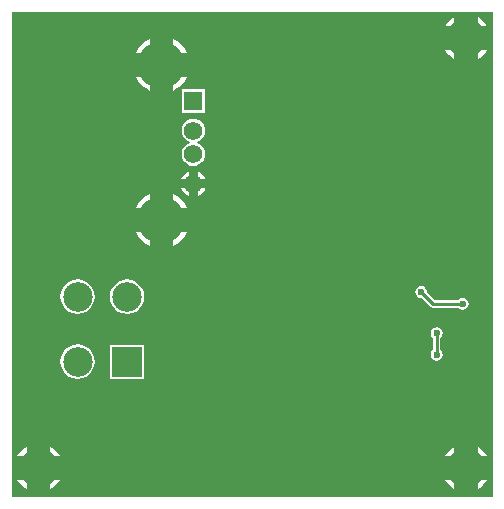
<source format=gbl>
G04*
G04 #@! TF.GenerationSoftware,Altium Limited,Altium Designer,19.1.6 (110)*
G04*
G04 Layer_Physical_Order=2*
G04 Layer_Color=16711680*
%FSLAX43Y43*%
%MOMM*%
G71*
G01*
G75*
%ADD13C,0.250*%
%ADD62C,3.300*%
%ADD63R,1.570X1.570*%
%ADD64C,1.570*%
%ADD65C,4.000*%
%ADD66R,2.500X2.500*%
%ADD67C,2.500*%
%ADD68C,0.600*%
G36*
X98745Y55355D02*
X58055D01*
X58055Y96445D01*
X98745D01*
X98745Y55355D01*
D02*
G37*
%LPC*%
G36*
X97500Y95990D02*
Y95200D01*
X98290D01*
X98213Y95344D01*
X97957Y95657D01*
X97644Y95913D01*
X97500Y95990D01*
D02*
G37*
G36*
X95500D02*
X95356Y95913D01*
X95043Y95657D01*
X94787Y95344D01*
X94710Y95200D01*
X95500D01*
Y95990D01*
D02*
G37*
G36*
X71700Y94127D02*
Y92940D01*
X72887D01*
X72705Y93280D01*
X72405Y93645D01*
X72040Y93945D01*
X71700Y94127D01*
D02*
G37*
G36*
X69700Y94127D02*
X69360Y93945D01*
X68995Y93645D01*
X68695Y93280D01*
X68513Y92940D01*
X69700D01*
Y94127D01*
D02*
G37*
G36*
X98290Y93200D02*
X97500D01*
Y92410D01*
X97644Y92487D01*
X97957Y92743D01*
X98213Y93056D01*
X98290Y93200D01*
D02*
G37*
G36*
X95500D02*
X94710D01*
X94787Y93056D01*
X95043Y92743D01*
X95356Y92487D01*
X95500Y92410D01*
Y93200D01*
D02*
G37*
G36*
X72887Y90940D02*
X71700D01*
Y89753D01*
X72040Y89935D01*
X72405Y90235D01*
X72705Y90600D01*
X72887Y90940D01*
D02*
G37*
G36*
X69700D02*
X68513D01*
X68695Y90600D01*
X68995Y90235D01*
X69360Y89935D01*
X69700Y89753D01*
Y90940D01*
D02*
G37*
G36*
X74395Y89855D02*
X72425D01*
Y87885D01*
X74395D01*
Y89855D01*
D02*
G37*
G36*
X73410Y87364D02*
X73153Y87330D01*
X72913Y87230D01*
X72707Y87073D01*
X72550Y86867D01*
X72450Y86627D01*
X72416Y86370D01*
X72450Y86113D01*
X72550Y85873D01*
X72707Y85667D01*
X72913Y85510D01*
X73084Y85439D01*
Y85301D01*
X72913Y85230D01*
X72707Y85073D01*
X72550Y84867D01*
X72450Y84627D01*
X72416Y84370D01*
X72450Y84113D01*
X72550Y83873D01*
X72707Y83667D01*
X72913Y83510D01*
X73153Y83410D01*
X73410Y83377D01*
X73667Y83410D01*
X73907Y83510D01*
X74113Y83667D01*
X74270Y83873D01*
X74370Y84113D01*
X74404Y84370D01*
X74370Y84627D01*
X74270Y84867D01*
X74113Y85073D01*
X73907Y85230D01*
X73736Y85301D01*
Y85439D01*
X73907Y85510D01*
X74113Y85667D01*
X74270Y85873D01*
X74370Y86113D01*
X74404Y86370D01*
X74370Y86627D01*
X74270Y86867D01*
X74113Y87073D01*
X73907Y87230D01*
X73667Y87330D01*
X73410Y87364D01*
D02*
G37*
G36*
X73810Y82879D02*
Y82270D01*
X74419D01*
X74358Y82417D01*
X74184Y82644D01*
X73957Y82818D01*
X73810Y82879D01*
D02*
G37*
G36*
X73010D02*
X72863Y82818D01*
X72636Y82644D01*
X72462Y82417D01*
X72401Y82270D01*
X73010D01*
Y82879D01*
D02*
G37*
G36*
X74419Y81470D02*
X73810D01*
Y80861D01*
X73957Y80922D01*
X74184Y81096D01*
X74358Y81323D01*
X74419Y81470D01*
D02*
G37*
G36*
X73010D02*
X72401D01*
X72462Y81323D01*
X72636Y81096D01*
X72863Y80922D01*
X73010Y80861D01*
Y81470D01*
D02*
G37*
G36*
X71700Y80987D02*
Y79800D01*
X72887D01*
X72705Y80140D01*
X72405Y80505D01*
X72040Y80805D01*
X71700Y80987D01*
D02*
G37*
G36*
X69700D02*
X69360Y80805D01*
X68995Y80505D01*
X68695Y80140D01*
X68513Y79800D01*
X69700D01*
Y80987D01*
D02*
G37*
G36*
X72887Y77800D02*
X71700D01*
Y76613D01*
X72040Y76795D01*
X72405Y77095D01*
X72705Y77460D01*
X72887Y77800D01*
D02*
G37*
G36*
X69700D02*
X68513D01*
X68695Y77460D01*
X68995Y77095D01*
X69360Y76795D01*
X69700Y76613D01*
Y77800D01*
D02*
G37*
G36*
X92700Y73210D02*
X92505Y73171D01*
X92340Y73060D01*
X92229Y72895D01*
X92190Y72700D01*
X92229Y72505D01*
X92340Y72340D01*
X92505Y72229D01*
X92700Y72190D01*
X92734Y72197D01*
X93466Y71466D01*
X93573Y71394D01*
X93700Y71369D01*
X95820D01*
X95840Y71340D01*
X96005Y71229D01*
X96200Y71190D01*
X96395Y71229D01*
X96560Y71340D01*
X96671Y71505D01*
X96710Y71700D01*
X96671Y71895D01*
X96560Y72060D01*
X96395Y72171D01*
X96200Y72210D01*
X96005Y72171D01*
X95840Y72060D01*
X95820Y72031D01*
X93837D01*
X93203Y72666D01*
X93210Y72700D01*
X93171Y72895D01*
X93060Y73060D01*
X92895Y73171D01*
X92700Y73210D01*
D02*
G37*
G36*
X67800Y73763D02*
X67421Y73713D01*
X67069Y73567D01*
X66766Y73334D01*
X66533Y73031D01*
X66387Y72679D01*
X66337Y72300D01*
X66387Y71921D01*
X66533Y71569D01*
X66766Y71266D01*
X67069Y71033D01*
X67421Y70887D01*
X67800Y70837D01*
X68179Y70887D01*
X68531Y71033D01*
X68834Y71266D01*
X69067Y71569D01*
X69213Y71921D01*
X69263Y72300D01*
X69213Y72679D01*
X69067Y73031D01*
X68834Y73334D01*
X68531Y73567D01*
X68179Y73713D01*
X67800Y73763D01*
D02*
G37*
G36*
X63600D02*
X63221Y73713D01*
X62869Y73567D01*
X62566Y73334D01*
X62333Y73031D01*
X62187Y72679D01*
X62137Y72300D01*
X62187Y71921D01*
X62333Y71569D01*
X62566Y71266D01*
X62869Y71033D01*
X63221Y70887D01*
X63600Y70837D01*
X63979Y70887D01*
X64331Y71033D01*
X64634Y71266D01*
X64867Y71569D01*
X65013Y71921D01*
X65063Y72300D01*
X65013Y72679D01*
X64867Y73031D01*
X64634Y73334D01*
X64331Y73567D01*
X63979Y73713D01*
X63600Y73763D01*
D02*
G37*
G36*
X94000Y69710D02*
X93805Y69671D01*
X93640Y69560D01*
X93529Y69395D01*
X93490Y69200D01*
X93529Y69005D01*
X93640Y68840D01*
X93669Y68820D01*
Y67780D01*
X93640Y67760D01*
X93529Y67595D01*
X93490Y67400D01*
X93529Y67205D01*
X93640Y67040D01*
X93805Y66929D01*
X94000Y66890D01*
X94195Y66929D01*
X94360Y67040D01*
X94471Y67205D01*
X94510Y67400D01*
X94471Y67595D01*
X94360Y67760D01*
X94331Y67780D01*
Y68820D01*
X94360Y68840D01*
X94471Y69005D01*
X94510Y69200D01*
X94471Y69395D01*
X94360Y69560D01*
X94195Y69671D01*
X94000Y69710D01*
D02*
G37*
G36*
X69250Y68250D02*
X66350D01*
Y65350D01*
X69250D01*
Y68250D01*
D02*
G37*
G36*
X63600Y68263D02*
X63221Y68213D01*
X62869Y68067D01*
X62566Y67834D01*
X62333Y67531D01*
X62187Y67179D01*
X62137Y66800D01*
X62187Y66421D01*
X62333Y66069D01*
X62566Y65766D01*
X62869Y65533D01*
X63221Y65387D01*
X63600Y65337D01*
X63979Y65387D01*
X64331Y65533D01*
X64634Y65766D01*
X64867Y66069D01*
X65013Y66421D01*
X65063Y66800D01*
X65013Y67179D01*
X64867Y67531D01*
X64634Y67834D01*
X64331Y68067D01*
X63979Y68213D01*
X63600Y68263D01*
D02*
G37*
G36*
X97500Y59590D02*
Y58800D01*
X98290D01*
X98213Y58944D01*
X97957Y59257D01*
X97644Y59513D01*
X97500Y59590D01*
D02*
G37*
G36*
X95500D02*
X95356Y59513D01*
X95043Y59257D01*
X94787Y58944D01*
X94710Y58800D01*
X95500D01*
Y59590D01*
D02*
G37*
G36*
X61300D02*
Y58800D01*
X62090D01*
X62013Y58944D01*
X61757Y59257D01*
X61444Y59513D01*
X61300Y59590D01*
D02*
G37*
G36*
X59300D02*
X59156Y59513D01*
X58843Y59257D01*
X58587Y58944D01*
X58510Y58800D01*
X59300D01*
Y59590D01*
D02*
G37*
G36*
X98290Y56800D02*
X97500D01*
Y56010D01*
X97644Y56087D01*
X97957Y56343D01*
X98213Y56656D01*
X98290Y56800D01*
D02*
G37*
G36*
X95500D02*
X94710D01*
X94787Y56656D01*
X95043Y56343D01*
X95356Y56087D01*
X95500Y56010D01*
Y56800D01*
D02*
G37*
G36*
X62090D02*
X61300D01*
Y56010D01*
X61444Y56087D01*
X61757Y56343D01*
X62013Y56656D01*
X62090Y56800D01*
D02*
G37*
G36*
X59300D02*
X58510D01*
X58587Y56656D01*
X58843Y56343D01*
X59156Y56087D01*
X59300Y56010D01*
Y56800D01*
D02*
G37*
%LPD*%
D13*
X94000Y67400D02*
Y69200D01*
X93700Y71700D02*
X96200D01*
X92700Y72700D02*
X93700Y71700D01*
X93933Y69133D02*
X94000Y69200D01*
D62*
X96500Y94200D02*
D03*
Y57800D02*
D03*
X60300D02*
D03*
D63*
X73410Y88870D02*
D03*
D64*
Y86370D02*
D03*
Y84370D02*
D03*
Y81870D02*
D03*
D65*
X70700Y91940D02*
D03*
Y78800D02*
D03*
D66*
X67800Y66800D02*
D03*
D67*
X63600D02*
D03*
Y72300D02*
D03*
X67800D02*
D03*
D68*
X96250Y90000D02*
D03*
Y85000D02*
D03*
X95000Y82500D02*
D03*
X96250Y80000D02*
D03*
X95000Y77500D02*
D03*
X96250Y75000D02*
D03*
Y70000D02*
D03*
X95000Y67500D02*
D03*
X96250Y60000D02*
D03*
X93750Y95000D02*
D03*
X92500Y92500D02*
D03*
X93750Y90000D02*
D03*
Y85000D02*
D03*
Y80000D02*
D03*
X92500Y67500D02*
D03*
Y62500D02*
D03*
X93750Y60000D02*
D03*
X92500Y57500D02*
D03*
X91250Y95000D02*
D03*
X90000Y92500D02*
D03*
X91250Y90000D02*
D03*
X90000Y72500D02*
D03*
X91250Y65000D02*
D03*
X90000Y62500D02*
D03*
X91250Y60000D02*
D03*
X90000Y57500D02*
D03*
X88750Y95000D02*
D03*
X87500Y92500D02*
D03*
X88750Y90000D02*
D03*
X87500Y72500D02*
D03*
X88750Y65000D02*
D03*
X87500Y62500D02*
D03*
X88750Y60000D02*
D03*
X87500Y57500D02*
D03*
X86250Y95000D02*
D03*
X85000Y92500D02*
D03*
X86250Y90000D02*
D03*
X85000Y72500D02*
D03*
Y62500D02*
D03*
X86250Y60000D02*
D03*
X85000Y57500D02*
D03*
X83750Y95000D02*
D03*
X82500Y92500D02*
D03*
X83750Y90000D02*
D03*
X82500Y87500D02*
D03*
Y82500D02*
D03*
Y72500D02*
D03*
X83750Y65000D02*
D03*
X82500Y62500D02*
D03*
X83750Y60000D02*
D03*
X82500Y57500D02*
D03*
X81250Y95000D02*
D03*
X80000Y92500D02*
D03*
Y72500D02*
D03*
X81250Y70000D02*
D03*
Y65000D02*
D03*
X78750Y95000D02*
D03*
X77500Y92500D02*
D03*
Y77500D02*
D03*
Y72500D02*
D03*
X78750Y70000D02*
D03*
X76250Y95000D02*
D03*
X75000Y92500D02*
D03*
Y87500D02*
D03*
Y82500D02*
D03*
X76250Y80000D02*
D03*
X75000Y77500D02*
D03*
X76250Y75000D02*
D03*
X75000Y72500D02*
D03*
X76250Y70000D02*
D03*
X73750Y95000D02*
D03*
X72500Y87500D02*
D03*
X73750Y80000D02*
D03*
Y75000D02*
D03*
X72500Y72500D02*
D03*
X73750Y70000D02*
D03*
X71250Y95000D02*
D03*
X70000Y87500D02*
D03*
X71250Y85000D02*
D03*
X70000Y82500D02*
D03*
X71250Y75000D02*
D03*
Y65000D02*
D03*
Y60000D02*
D03*
X68750Y95000D02*
D03*
X67500Y92500D02*
D03*
X68750Y90000D02*
D03*
X67500Y87500D02*
D03*
X68750Y85000D02*
D03*
X67500Y82500D02*
D03*
Y77500D02*
D03*
X68750Y75000D02*
D03*
X66250Y95000D02*
D03*
X65000Y92500D02*
D03*
X66250Y90000D02*
D03*
X65000Y87500D02*
D03*
X66250Y85000D02*
D03*
X65000Y82500D02*
D03*
X66250Y80000D02*
D03*
X65000Y77500D02*
D03*
X66250Y75000D02*
D03*
X65000Y62500D02*
D03*
Y57500D02*
D03*
X63750Y95000D02*
D03*
X62500Y92500D02*
D03*
X63750Y90000D02*
D03*
X62500Y87500D02*
D03*
X63750Y85000D02*
D03*
X62500Y82500D02*
D03*
X63750Y80000D02*
D03*
X62500Y77500D02*
D03*
X63750Y75000D02*
D03*
X62500Y62500D02*
D03*
X63750Y60000D02*
D03*
X62500Y57500D02*
D03*
X61250Y95000D02*
D03*
X60000Y92500D02*
D03*
X61250Y90000D02*
D03*
X60000Y87500D02*
D03*
X61250Y85000D02*
D03*
X60000Y82500D02*
D03*
X61250Y80000D02*
D03*
X60000Y77500D02*
D03*
X61250Y75000D02*
D03*
X60000Y72500D02*
D03*
X61250Y70000D02*
D03*
X60000Y67500D02*
D03*
X61250Y65000D02*
D03*
X60000Y62500D02*
D03*
X61250Y60000D02*
D03*
X94000Y67400D02*
D03*
X91525Y69025D02*
D03*
X90375D02*
D03*
X90350Y70000D02*
D03*
X91500D02*
D03*
Y70875D02*
D03*
X90325D02*
D03*
X96200Y71700D02*
D03*
X92700Y72700D02*
D03*
X94000Y69200D02*
D03*
M02*

</source>
